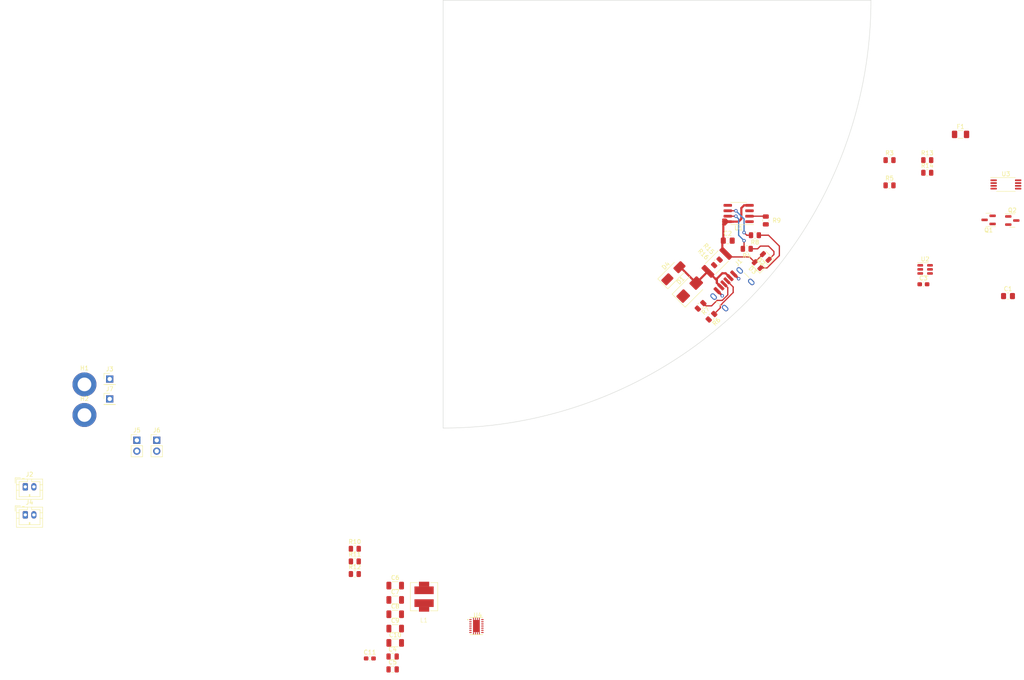
<source format=kicad_pcb>
(kicad_pcb (version 20221018) (generator pcbnew)
  (layers (0 "F.Cu" signal) (1 "In1.Cu" power "GND") (2 "In2.Cu" power "PWR") (31 "B.Cu" signal) (34 "B.Paste" user) (35 "F.Paste" user) (36 "B.SilkS" user "B.Silkscreen") (37 "F.SilkS" user "F.Silkscreen") (38 "B.Mask" user) (39 "F.Mask" user) (44 "Edge.Cuts" user))
  (net 0 "")
  (net 1 "Net-(Q1-S)")
  (net 2 "GND")
  (net 3 "Net-(D2-A)")
  (net 4 "Net-(U2-VCC)")
  (net 5 "-BATT")
  (net 6 "VCC")
  (net 7 "+5V")
  (net 8 "Net-(U4-EN)")
  (net 9 "VBUS")
  (net 10 "Net-(D2-K)")
  (net 11 "Net-(D3-K)")
  (net 12 "+BATT")
  (net 13 "Net-(J1-CC1)")
  (net 14 "Net-(J1-CC2)")
  (net 16 "Net-(L1-Pad1)")
  (net 17 "Net-(L1-Pad2)")
  (net 18 "Net-(Q1-G)")
  (net 19 "Net-(Q1-D)")
  (net 20 "Net-(U1-CHRG)")
  (net 21 "Net-(U2-VM)")
  (net 22 "Net-(U1-STDBY)")
  (net 23 "Net-(U1-PROG)")
  (net 24 "Net-(U4-FB)")
  (net 25 "Net-(U4-PG)")
  (net 26 "Net-(U2-OD)")
  (net 27 "Net-(U2-OC)")
  (footprint "Connector_PinHeader_2.54mm:PinHeader_1x01_P2.54mm_Vertical" (layer "F.Cu") (at 32.07 113.2)
    (fp_text reference "J7" (at 0 -2.33) (layer "F.SilkS"))
    (fp_text value "Conn_01x01")
    (fp_line (start -1.33 -1.33) (end 0 -1.33) (stroke (width 0.12)) (layer "F.SilkS"))
    (fp_line (start -1.33 0) (end -1.33 -1.33) (stroke (width 0.12)) (layer "F.SilkS"))
    (fp_line (start -1.33 1.27) (end -1.33 1.33) (stroke (width 0.12)) (layer "F.SilkS"))
    (fp_line (start -1.33 1.27) (end 1.33 1.27) (stroke (width 0.12)) (layer "F.SilkS"))
    (fp_line (start -1.33 1.33) (end 1.33 1.33) (stroke (width 0.12)) (layer "F.SilkS"))
    (fp_line (start 1.33 1.27) (end 1.33 1.33) (stroke (width 0.12)) (layer "F.SilkS"))
    (pad "1" thru_hole rect (at 0 0) (size 1.7 1.7) (drill 1) (layers "*.Cu" "*.Mask") (net 5 "-BATT"))
  )
  (footprint "Package_TO_SOT_SMD:SOT-23" (layer "F.Cu") (at 243.04 71.495)
    (fp_text reference "Q2" (at 0 -2.4) (layer "F.SilkS"))
    (fp_text value "SI2301")
    (fp_line (start 0 -1.56) (end -1.675 -1.56) (stroke (width 0.12)) (layer "F.SilkS"))
    (fp_line (start 0 -1.56) (end 0.65 -1.56) (stroke (width 0.12)) (layer "F.SilkS"))
    (fp_line (start 0 1.56) (end -0.65 1.56) (stroke (width 0.12)) (layer "F.SilkS"))
    (fp_line (start 0 1.56) (end 0.65 1.56) (stroke (width 0.12)) (layer "F.SilkS"))
    (pad "1" smd roundrect (at -0.9375 -0.95) (size 1.475 0.6) (layers "F.Cu" "F.Paste" "F.Mask") (net 18 "Net-(Q1-G)"))
    (pad "2" smd roundrect (at -0.9375 0.95) (size 1.475 0.6) (layers "F.Cu" "F.Paste" "F.Mask") (net 6 "VCC"))
    (pad "3" smd roundrect (at 0.9375 0) (size 1.475 0.6) (layers "F.Cu" "F.Paste" "F.Mask") (net 19 "Net-(Q1-D)"))
  )
  (footprint "Fuse:Fuse_1206_3216Metric" (layer "F.Cu") (at 230.9425 51.365)
    (fp_text reference "F1" (at 0 -1.82) (layer "F.SilkS"))
    (fp_text value "1.5A")
    (fp_line (start -0.602064 -0.91) (end 0.602064 -0.91) (stroke (width 0.12)) (layer "F.SilkS"))
    (fp_line (start -0.602064 0.91) (end 0.602064 0.91) (stroke (width 0.12)) (layer "F.SilkS"))
    (pad "1" smd roundrect (at -1.4 0) (size 1.25 1.75) (layers "F.Cu" "F.Paste" "F.Mask") (roundrect_rratio 0.2) (net 12 "+BATT"))
    (pad "2" smd roundrect (at 1.4 0) (size 1.25 1.75) (layers "F.Cu" "F.Paste" "F.Mask") (roundrect_rratio 0.2) (net 1 "Net-(Q1-S)"))
  )
  (footprint "Connector_JST:JST_PH_B2B-PH-K_1x02_P2.00mm_Vertical" (layer "F.Cu") (at 12.34 140.29)
    (fp_text reference "J4" (at 1 -2.9) (layer "F.SilkS"))
    (fp_text value "JST PH Connector")
    (fp_line (start -2.36 -2.11) (end -2.36 -0.86) (stroke (width 0.12)) (layer "F.SilkS"))
    (fp_line (start -2.06 -1.81) (end -2.06 2.91) (stroke (width 0.12)) (layer "F.SilkS"))
    (fp_line (start -2.06 -0.5) (end -1.45 -0.5) (stroke (width 0.12)) (layer "F.SilkS"))
    (fp_line (start -2.06 0.8) (end -1.45 0.8) (stroke (width 0.12)) (layer "F.SilkS"))
    (fp_line (start -2.06 2.91) (end 4.06 2.91) (stroke (width 0.12)) (layer "F.SilkS"))
    (fp_line (start -1.45 -1.2) (end -1.45 2.3) (stroke (width 0.12)) (layer "F.SilkS"))
    (fp_line (start -1.45 2.3) (end 3.45 2.3) (stroke (width 0.12)) (layer "F.SilkS"))
    (fp_line (start -1.11 -2.11) (end -2.36 -2.11) (stroke (width 0.12)) (layer "F.SilkS"))
    (fp_line (start -0.6 -2.01) (end -0.6 -1.81) (stroke (width 0.12)) (layer "F.SilkS"))
    (fp_line (start -0.3 -2.01) (end -0.6 -2.01) (stroke (width 0.12)) (layer "F.SilkS"))
    (fp_line (start -0.3 -1.91) (end -0.6 -1.91) (stroke (width 0.12)) (layer "F.SilkS"))
    (fp_line (start -0.3 -1.81) (end -0.3 -2.01) (stroke (width 0.12)) (layer "F.SilkS"))
    (fp_line (start 0.5 -1.81) (end 0.5 -1.2) (stroke (width 0.12)) (layer "F.SilkS"))
    (fp_line (start 0.5 -1.2) (end -1.45 -1.2) (stroke (width 0.12)) (layer "F.SilkS"))
    (fp_line (start 0.9 1.8) (end 1.1 1.8) (stroke (width 0.12)) (layer "F.SilkS"))
    (fp_line (start 0.9 2.3) (end 0.9 1.8) (stroke (width 0.12)) (layer "F.SilkS"))
    (fp_line (start 1 2.3) (end 1 1.8) (stroke (width 0.12)) (layer "F.SilkS"))
    (fp_line (start 1.1 1.8) (end 1.1 2.3) (stroke (width 0.12)) (layer "F.SilkS"))
    (fp_line (start 1.5 -1.2) (end 1.5 -1.81) (stroke (width 0.12)) (layer "F.SilkS"))
    (fp_line (start 3.45 -1.2) (end 1.5 -1.2) (stroke (width 0.12)) (layer "F.SilkS"))
    (fp_line (start 3.45 2.3) (end 3.45 -1.2) (stroke (width 0.12)) (layer "F.SilkS"))
    (fp_line (start 4.06 -1.81) (end -2.06 -1.81) (stroke (width 0.12)) (layer "F.SilkS"))
    (fp_line (start 4.06 -0.5) (end 3.45 -0.5) (stroke (width 0.12)) (layer "F.SilkS"))
    (fp_line (start 4.06 0.8) (end 3.45 0.8) (stroke (width 0.12)) (layer "F.SilkS"))
    (fp_line (start 4.06 2.91) (end 4.06 -1.81) (stroke (width 0.12)) (layer "F.SilkS"))
    (pad "1" thru_hole roundrect (at 0 0) (size 1.2 1.75) (drill 0.75) (layers "*.Cu" "*.Mask") (roundrect_rratio 0.208333) (net 7 "+5V"))
    (pad "2" thru_hole oval (at 2 0) (size 1.2 1.75) (drill 0.75) (layers "*.Cu" "*.Mask") (net 2 "GND"))
  )
  (footprint "MountingHole:MountingHole_3.2mm_M3_DIN965_Pad" (layer "F.Cu") (at 26.17 116.95)
    (fp_text reference "H2" (at 0 -3.8) (layer "F.SilkS"))
    (fp_text value "MountingHole")
    (pad "1" thru_hole circle (at 0 0) (size 5.6 5.6) (drill 3.2) (layers "*.Cu" "*.Mask"))
  )
  (footprint "Connector_JST:JST_PH_B2B-PH-K_1x02_P2.00mm_Vertical" (layer "F.Cu") (at 12.34 133.74)
    (fp_text reference "J2" (at 1 -2.9) (layer "F.SilkS"))
    (fp_text value "JST PH Connector")
    (fp_line (start -2.36 -2.11) (end -2.36 -0.86) (stroke (width 0.12)) (layer "F.SilkS"))
    (fp_line (start -2.06 -1.81) (end -2.06 2.91) (stroke (width 0.12)) (layer "F.SilkS"))
    (fp_line (start -2.06 -0.5) (end -1.45 -0.5) (stroke (width 0.12)) (layer "F.SilkS"))
    (fp_line (start -2.06 0.8) (end -1.45 0.8) (stroke (width 0.12)) (layer "F.SilkS"))
    (fp_line (start -2.06 2.91) (end 4.06 2.91) (stroke (width 0.12)) (layer "F.SilkS"))
    (fp_line (start -1.45 -1.2) (end -1.45 2.3) (stroke (width 0.12)) (layer "F.SilkS"))
    (fp_line (start -1.45 2.3) (end 3.45 2.3) (stroke (width 0.12)) (layer "F.SilkS"))
    (fp_line (start -1.11 -2.11) (end -2.36 -2.11) (stroke (width 0.12)) (layer "F.SilkS"))
    (fp_line (start -0.6 -2.01) (end -0.6 -1.81) (stroke (width 0.12)) (layer "F.SilkS"))
    (fp_line (start -0.3 -2.01) (end -0.6 -2.01) (stroke (width 0.12)) (layer "F.SilkS"))
    (fp_line (start -0.3 -1.91) (end -0.6 -1.91) (stroke (width 0.12)) (layer "F.SilkS"))
    (fp_line (start -0.3 -1.81) (end -0.3 -2.01) (stroke (width 0.12)) (layer "F.SilkS"))
    (fp_line (start 0.5 -1.81) (end 0.5 -1.2) (stroke (width 0.12)) (layer "F.SilkS"))
    (fp_line (start 0.5 -1.2) (end -1.45 -1.2) (stroke (width 0.12)) (layer "F.SilkS"))
    (fp_line (start 0.9 1.8) (end 1.1 1.8) (stroke (width 0.12)) (layer "F.SilkS"))
    (fp_line (start 0.9 2.3) (end 0.9 1.8) (stroke (width 0.12)) (layer "F.SilkS"))
    (fp_line (start 1 2.3) (end 1 1.8) (stroke (width 0.12)) (layer "F.SilkS"))
    (fp_line (start 1.1 1.8) (end 1.1 2.3) (stroke (width 0.12)) (layer "F.SilkS"))
    (fp_line (start 1.5 -1.2) (end 1.5 -1.81) (stroke (width 0.12)) (layer "F.SilkS"))
    (fp_line (start 3.45 -1.2) (end 1.5 -1.2) (stroke (width 0.12)) (layer "F.SilkS"))
    (fp_line (start 3.45 2.3) (end 3.45 -1.2) (stroke (width 0.12)) (layer "F.SilkS"))
    (fp_line (start 4.06 -1.81) (end -2.06 -1.81) (stroke (width 0.12)) (layer "F.SilkS"))
    (fp_line (start 4.06 -0.5) (end 3.45 -0.5) (stroke (width 0.12)) (layer "F.SilkS"))
    (fp_line (start 4.06 0.8) (end 3.45 0.8) (stroke (width 0.12)) (layer "F.SilkS"))
    (fp_line (start 4.06 2.91) (end 4.06 -1.81) (stroke (width 0.12)) (layer "F.SilkS"))
    (pad "1" thru_hole roundrect (at 0 0) (size 1.2 1.75) (drill 0.75) (layers "*.Cu" "*.Mask") (roundrect_rratio 0.208333) (net 12 "+BATT"))
    (pad "2" thru_hole oval (at 2 0) (size 1.2 1.75) (drill 0.75) (layers "*.Cu" "*.Mask") (net 5 "-BATT"))
  )
  (footprint "Connector_PinHeader_2.54mm:PinHeader_1x02_P2.54mm_Vertical" (layer "F.Cu") (at 38.42 122.85)
    (fp_text reference "J5" (at 0 -2.33) (layer "F.SilkS"))
    (fp_text value "JST PH Connector")
    (fp_line (start -1.33 -1.33) (end 0 -1.33) (stroke (width 0.12)) (layer "F.SilkS"))
    (fp_line (start -1.33 0) (end -1.33 -1.33) (stroke (width 0.12)) (layer "F.SilkS"))
    (fp_line (start -1.33 1.27) (end -1.33 3.87) (stroke (width 0.12)) (layer "F.SilkS"))
    (fp_line (start -1.33 1.27) (end 1.33 1.27) (stroke (width 0.12)) (layer "F.SilkS"))
    (fp_line (start -1.33 3.87) (end 1.33 3.87) (stroke (width 0.12)) (layer "F.SilkS"))
    (fp_line (start 1.33 1.27) (end 1.33 3.87) (stroke (width 0.12)) (layer "F.SilkS"))
    (pad "1" thru_hole rect (at 0 0) (size 1.7 1.7) (drill 1) (layers "*.Cu" "*.Mask") (net 2 "GND"))
    (pad "2" thru_hole oval (at 0 2.54) (size 1.7 1.7) (drill 1) (layers "*.Cu" "*.Mask") (net 2 "GND"))
  )
  (footprint "Custom:USB-C 6 Pin - Long pads" (layer "F.Cu") (at 181.170874 91.111472 45)
    (fp_text reference "J1" (at 5.466358 -8.437443 45 unlocked) (layer "F.SilkS"))
    (fp_text value "Type-C_6P")
    (fp_line (start -4.67 -4.17) (end -4.67 -5.87) (stroke (width 0.12)) (layer "F.SilkS"))
    (fp_line (start 4.67 -4.17) (end 4.67 -5.87) (stroke (width 0.12)) (layer "F.SilkS"))
    (pad "A5" smd roundrect (at -0.5 -7.325 45) (size 0.7 1.85) (layers "F.Cu" "F.Paste" "F.Mask") (net 13 "Net-(J1-CC1)"))
    (pad "A9" smd roundrect (at 1.52 -7.325 225) (size 0.76 1.85) (layers "F.Cu" "F.Paste" "F.Mask") (net 9 "VBUS"))
    (pad "A12" smd roundrect (at 2.75 -7.325 225) (size 0.8 1.85) (layers "F.Cu" "F.Paste" "F.Mask") (net 2 "GND"))
    (pad "B5" smd roundrect (at 0.5 -7.325 225) (size 0.7 1.85) (layers "F.Cu" "F.Paste" "F.Mask") (net 14 "Net-(J1-CC2)"))
    (pad "B9" smd roundrect (at -1.52 -7.325 45) (size 0.76 1.85) (layers "F.Cu" "F.Paste" "F.Mask") (net 9 "VBUS"))
    (pad "B12" smd roundrect (at -2.75 -7.325 45) (size 0.8 1.85) (layers "F.Cu" "F.Paste" "F.Mask") (net 2 "GND"))
    (pad "S1" thru_hole oval (at -4.32 -6.92 45) (size 1.1 1.7) (drill oval 0.6 1.2) (layers "*.Cu" "*.Mask" "F.Paste"))
    (pad "S1" thru_hole oval (at -4.32 -3.12 45) (size 1.1 1.7) (drill oval 0.6 1.2) (layers "*.Cu" "*.Mask" "F.Paste"))
    (pad "S1" thru_hole oval (at 4.32 -6.92 45) (size 1.1 1.7) (drill oval 0.6 1.2) (layers "*.Cu" "*.Mask" "F.Paste"))
    (pad "S1" thru_hole oval (at 4.32 -3.12 45) (size 1.1 1.7) (drill oval 0.6 1.2) (layers "*.Cu" "*.Mask" "F.Paste"))
  )
  (footprint "Resistor_SMD:R_0805_2012Metric" (layer "F.Cu") (at 89.36 154.12)
    (fp_text reference "R12" (at 0 -1.65) (layer "F.SilkS"))
    (fp_text value "180k")
    (fp_line (start -0.227064 -0.735) (end 0.227064 -0.735) (stroke (width 0.12)) (layer "F.SilkS"))
    (fp_line (start -0.227064 0.735) (end 0.227064 0.735) (stroke (width 0.12)) (layer "F.SilkS"))
    (pad "1" smd roundrect (at -0.9125 0) (size 1.025 1.4) (layers "F.Cu" "F.Paste" "F.Mask") (roundrect_rratio 0.243902) (net 24 "Net-(U4-FB)"))
    (pad "2" smd roundrect (at 0.9125 0) (size 1.025 1.4) (layers "F.Cu" "F.Paste" "F.Mask") (roundrect_rratio 0.243902) (net 2 "GND"))
  )
  (footprint "Package_TO_SOT_SMD:SOT-23" (layer "F.Cu") (at 237.5 71.345 180)
    (fp_text reference "Q1" (at 0 -2.4) (layer "F.SilkS"))
    (fp_text value "SI2301")
    (fp_line (start 0 -1.56) (end -1.675 -1.56) (stroke (width 0.12)) (layer "F.SilkS"))
    (fp_line (start 0 -1.56) (end 0.65 -1.56) (stroke (width 0.12)) (layer "F.SilkS"))
    (fp_line (start 0 1.56) (end -0.65 1.56) (stroke (width 0.12)) (layer "F.SilkS"))
    (fp_line (start 0 1.56) (end 0.65 1.56) (stroke (width 0.12)) (layer "F.SilkS"))
    (pad "1" smd roundrect (at -0.9375 -0.95 180) (size 1.475 0.6) (layers "F.Cu" "F.Paste" "F.Mask") (net 18 "Net-(Q1-G)"))
    (pad "2" smd roundrect (at -0.9375 0.95 180) (size 1.475 0.6) (layers "F.Cu" "F.Paste" "F.Mask") (net 1 "Net-(Q1-S)"))
    (pad "3" smd roundrect (at 0.9375 0 180) (size 1.475 0.6) (layers "F.Cu" "F.Paste" "F.Mask") (net 19 "Net-(Q1-D)"))
  )
  (footprint "Resistor_SMD:R_0805_2012Metric" (layer "F.Cu") (at 89.36 148.22)
    (fp_text reference "R10" (at 0 -1.65) (layer "F.SilkS"))
    (fp_text value "1M6")
    (fp_line (start -0.227064 -0.735) (end 0.227064 -0.735) (stroke (width 0.12)) (layer "F.SilkS"))
    (fp_line (start -0.227064 0.735) (end 0.227064 0.735) (stroke (width 0.12)) (layer "F.SilkS"))
    (pad "1" smd roundrect (at -0.9125 0) (size 1.025 1.4) (layers "F.Cu" "F.Paste" "F.Mask") (roundrect_rratio 0.243902) (net 7 "+5V"))
    (pad "2" smd roundrect (at 0.9125 0) (size 1.025 1.4) (layers "F.Cu" "F.Paste" "F.Mask") (roundrect_rratio 0.243902) (net 24 "Net-(U4-FB)"))
  )
  (footprint "Diode_SMD:D_0805_2012Metric" (layer "F.Cu") (at 183.515 81.915 135)
    (fp_text reference "D3" (at 0 -1.65 135) (layer "F.SilkS"))
    (fp_text value "GREEN")
    (fp_line (start -1.685 -0.96) (end -1.685 0.96) (stroke (width 0.12)) (layer "F.SilkS"))
    (fp_line (start -1.685 0.96) (end 1 0.96) (stroke (width 0.12)) (layer "F.SilkS"))
    (fp_line (start 1 -0.96) (end -1.685 -0.96) (stroke (width 0.12)) (layer "F.SilkS"))
    (pad "1" smd roundrect (at -0.9375 0 135) (size 0.975 1.4) (layers "F.Cu" "F.Paste" "F.Mask") (net 11 "Net-(D3-K)"))
    (pad "2" smd roundrect (at 0.9375 0 135) (size 0.975 1.4) (layers "F.Cu" "F.Paste" "F.Mask") (net 3 "Net-(D2-A)"))
  )
  (footprint "Resistor_SMD:R_0805_2012Metric" (layer "F.Cu") (at 182.88 74.93 180)
    (fp_text reference "R8" (at 0 -1.65) (layer "F.SilkS"))
    (fp_text value "1k")
    (fp_line (start -0.227064 -0.735) (end 0.227064 -0.735) (stroke (width 0.12)) (layer "F.SilkS"))
    (fp_line (start -0.227064 0.735) (end 0.227064 0.735) (stroke (width 0.12)) (layer "F.SilkS"))
    (pad "1" smd roundrect (at -0.9125 0 180) (size 1.025 1.4) (layers "F.Cu" "F.Paste" "F.Mask") (roundrect_rratio 0.243902) (net 11 "Net-(D3-K)"))
    (pad "2" smd roundrect (at 0.9125 0 180) (size 1.025 1.4) (layers "F.Cu" "F.Paste" "F.Mask") (roundrect_rratio 0.243902) (net 22 "Net-(U1-STDBY)"))
  )
  (footprint "Capacitor_SMD:C_1206_3216Metric" (layer "F.Cu") (at 98.8 166.87)
    (fp_text reference "C9" (at 0 -1.85) (layer "F.SilkS"))
    (fp_text value "22u")
    (fp_line (start -0.711252 -0.91) (end 0.711252 -0.91) (stroke (width 0.12)) (layer "F.SilkS"))
    (fp_line (start -0.711252 0.91) (end 0.711252 0.91) (stroke (width 0.12)) (layer "F.SilkS"))
    (pad "1" smd roundrect (at -1.475 0) (size 1.15 1.8) (layers "F.Cu" "F.Paste" "F.Mask") (roundrect_rratio 0.217391) (net 7 "+5V"))
    (pad "2" smd roundrect (at 1.475 0) (size 1.15 1.8) (layers "F.Cu" "F.Paste" "F.Mask") (roundrect_rratio 0.217391) (net 2 "GND"))
  )
  (footprint "Custom:Combined CD43 + L 6.3x6.3" (layer "F.Cu") (at 105.501148 159.42)
    (fp_text reference "L1" (at 0 5.5 unlocked) (layer "F.SilkS") (effects (font (thickness 0.1))))
    (fp_text value "2u2")
    (fp_line (start -3.151148 -3.3) (end -1.451148 -3.3) (stroke (width 0.12)) (layer "F.SilkS"))
    (fp_line (start -3.151148 3.3) (end -3.151148 -3.3) (stroke (width 0.12)) (layer "F.SilkS"))
    (fp_line (start -1.451148 3.3) (end -3.151148 3.3) (stroke (width 0.12)) (layer "F.SilkS"))
    (fp_line (start 1.548852 -3.3) (end 3.248852 -3.3) (stroke (width 0.12)) (layer "F.SilkS"))
    (fp_line (start 3.248852 -3.3) (end 3.248852 3.3) (stroke (width 0.12)) (layer "F.SilkS"))
    (fp_line (start 3.248852 3.3) (end 1.548852 3.3) (stroke (width 0.12)) (layer "F.SilkS"))
    (pad "1" smd rect (at 0.048852 -2.95 270) (size 1.1 2.4) (layers "F.Cu" "F.Paste" "F.Mask") (net 16 "Net-(L1-Pad1)"))
    (pad "1" smd rect (at 0.048852 -1.5) (size 4.5 1.8) (layers "F.Cu" "F.Paste" "F.Mask") (net 16 "Net-(L1-Pad1)"))
    (pad "2" smd rect (at 0.048852 1.5) (size 4.5 1.8) (layers "F.Cu" "F.Paste" "F.Mask") (net 17 "Net-(L1-Pad2)"))
    (pad "2" smd rect (at 0.048852 2.95 270) (size 1.1 2.4) (layers "F.Cu" "F.Paste" "F.Mask") (net 17 "Net-(L1-Pad2)"))
  )
  (footprint "Connector_PinHeader_2.54mm:PinHeader_1x02_P2.54mm_Vertical" (layer "F.Cu") (at 43.07 122.85)
    (fp_text reference "J6" (at 0 -2.33) (layer "F.SilkS"))
    (fp_text value "JST PH Connector")
    (fp_line (start -1.33 -1.33) (end 0 -1.33) (stroke (width 0.12)) (layer "F.SilkS"))
    (fp_line (start -1.33 0) (end -1.33 -1.33) (stroke (width 0.12)) (layer "F.SilkS"))
    (fp_line (start -1.33 1.27) (end -1.33 3.87) (stroke (width 0.12)) (layer "F.SilkS"))
    (fp_line (start -1.33 1.27) (end 1.33 1.27) (stroke (width 0.12)) (layer "F.SilkS"))
    (fp_line (start -1.33 3.87) (end 1.33 3.87) (stroke (width 0.12)) (layer "F.SilkS"))
    (fp_line (start 1.33 1.27) (end 1.33 3.87) (stroke (width 0.12)) (layer "F.SilkS"))
    (pad "1" thru_hole rect (at 0 0) (size 1.7 1.7) (drill 1) (layers "*.Cu" "*.Mask") (net 7 "+5V"))
    (pad "2" thru_hole oval (at 0 2.54) (size 1.7 1.7) (drill 1) (layers "*.Cu" "*.Mask") (net 7 "+5V"))
  )
  (footprint "Capacitor_SMD:C_1206_3216Metric" (layer "F.Cu") (at 98.8 163.52)
    (fp_text reference "C8" (at 0 -1.85) (layer "F.SilkS"))
    (fp_text value "22u")
    (fp_line (start -0.711252 -0.91) (end 0.711252 -0.91) (stroke (width 0.12)) (layer "F.SilkS"))
    (fp_line (start -0.711252 0.91) (end 0.711252 0.91) (stroke (width 0.12)) (layer "F.SilkS"))
    (pad "1" smd roundrect (at -1.475 0) (size 1.15 1.8) (layers "F.Cu" "F.Paste" "F.Mask") (roundrect_rratio 0.217391) (net 7 "+5V"))
    (pad "2" smd roundrect (at 1.475 0) (size 1.15 1.8) (layers "F.Cu" "F.Paste" "F.Mask") (roundrect_rratio 0.217391) (net 2 "GND"))
  )
  (footprint "Resistor_SMD:R_0805_2012Metric" (layer "F.Cu") (at 214.3425 57.375)
    (fp_text reference "R3" (at 0 -1.65) (layer "F.SilkS"))
    (fp_text value "100R")
    (fp_line (start -0.227064 -0.735) (end 0.227064 -0.735) (stroke (width 0.12)) (layer "F.SilkS"))
    (fp_line (start -0.227064 0.735) (end 0.227064 0.735) (stroke (width 0.12)) (layer "F.SilkS"))
    (pad "1" smd roundrect (at -0.9125 0) (size 1.025 1.4) (layers "F.Cu" "F.Paste" "F.Mask") (roundrect_rratio 0.243902) (net 4 "Net-(U2-VCC)"))
    (pad "2" smd roundrect (at 0.9125 0) (size 1.025 1.4) (layers "F.Cu" "F.Paste" "F.Mask") (roundrect_rratio 0.243902) (net 1 "Net-(Q1-S)"))
  )
  (footprint "Resistor_SMD:R_0805_2012Metric" (layer "F.Cu") (at 223.1625 57.375)
    (fp_text reference "R13" (at 0 -1.65) (layer "F.SilkS"))
    (fp_text value "1k")
    (fp_line (start -0.227064 -0.735) (end 0.227064 -0.735) (stroke (width 0.12)) (layer "F.SilkS"))
    (fp_line (start -0.227064 0.735) (end 0.227064 0.735) (stroke (width 0.12)) (layer "F.SilkS"))
    (pad "1" smd roundrect (at -0.9125 0) (size 1.025 1.4) (layers "F.Cu" "F.Paste" "F.Mask") (roundrect_rratio 0.243902) (net 18 "Net-(Q1-G)"))
    (pad "2" smd roundrect (at 0.9125 0) (size 1.025 1.4) (layers "F.Cu" "F.Paste" "F.Mask") (roundrect_rratio 0.243902) (net 9 "VBUS"))
  )
  (footprint "Diode_SMD:D_0805_2012Metric" (layer "F.Cu") (at 185.42 80.01 135)
    (fp_text reference "D2" (at 0 -1.65 135) (layer "F.SilkS"))
    (fp_text value "RED")
    (fp_line (start -1.685 -0.96) (end -1.685 0.96) (stroke (width 0.12)) (layer "F.SilkS"))
    (fp_line (start -1.685 0.96) (end 1 0.96) (stroke (width 0.12)) (layer "F.SilkS"))
    (fp_line (start 1 -0.96) (end -1.685 -0.96) (stroke (width 0.12)) (layer "F.SilkS"))
    (pad "1" smd roundrect (at -0.9375 0 135) (size 0.975 1.4) (layers "F.Cu" "F.Paste" "F.Mask") (net 10 "Net-(D2-K)"))
    (pad "2" smd roundrect (at 0.9375 0 135) (size 0.975 1.4) (layers "F.Cu" "F.Paste" "F.Mask") (net 3 "Net-(D2-A)"))
  )
  (footprint "Capacitor_SMD:C_0603_1608Metric_Pad1.08x0.95mm_HandSolder" (layer "F.Cu") (at 222.2625 86.395)
    (fp_text reference "C3" (at 0 -1.43) (layer "F.SilkS"))
    (fp_text value "100n")
    (fp_line (start -0.146267 -0.51) (end 0.146267 -0.51) (stroke (width 0.12)) (layer "F.SilkS"))
    (fp_line (start -0.146267 0.51) (end 0.146267 0.51) (stroke (width 0.12)) (layer "F.SilkS"))
    (pad "1" smd roundrect (at -0.8625 0) (size 1.075 0.95) (layers "F.Cu" "F.Paste" "F.Mask") (net 4 "Net-(U2-VCC)"))
    (pad "2" smd roundrect (at 0.8625 0) (size 1.075 0.95) (layers "F.Cu" "F.Paste" "F.Mask") (net 5 "-BATT"))
  )
  (footprint "Resistor_SMD:R_2512_6332Metric" (layer "F.Cu") (at 173.99 81.28 -135)
    (fp_text reference "R16" (at 0.898026 3.592102 135) (layer "F.SilkS"))
    (fp_text value "2512 package")
    (fp_line (start -2.177064 -1.71) (end 2.177064 -1.71) (stroke (width 0.12)) (layer "F.SilkS"))
    (fp_line (start -2.177064 1.71) (end 2.177064 1.71) (stroke (width 0.12)) (layer "F.SilkS"))
    (pad "1" smd roundrect (at -2.9625 0 225) (size 1.225 3.35) (layers "F.Cu" "F.Paste" "F.Mask") (roundrect_rratio 0.204082) (net 3 "Net-(D2-A)"))
    (pad "2" smd roundrect (at 2.9625 0 225) (size 1.225 3.35) (layers "F.Cu" "F.Paste" "F.Mask") (roundrect_rratio 0.204082) (net 9 "VBUS"))
  )
  (footprint "Package_SO:SOP-8_3.76x4.96mm_P1.27mm" (layer "F.Cu") (at 179.0725 69.85 180)
    (fp_text reference "U1" (at 0 -3.43) (layer "F.SilkS"))
    (fp_text value "TP4056")
    (fp_line (start 0 -2.59) (end -3.525 -2.59) (stroke (width 0.12)) (layer "F.SilkS"))
    (fp_line (start 0 -2.59) (end 1.88 -2.59) (stroke (width 0.12)) (layer "F.SilkS"))
    (fp_line (start 0 2.59) (end -1.88 2.59) (stroke (width 0.12)) (layer "F.SilkS"))
    (fp_line (start 0 2.59) (end 1.88 2.59) (stroke (width 0.12)) (layer "F.SilkS"))
    (pad "1" smd roundrect (at -2.5375 -1.905 180) (size 1.975 0.65) (layers "F.Cu" "F.Paste" "F.Mask") (net 2 "GND"))
    (pad "2" smd roundrect (at -2.5375 -0.635 180) (size 1.975 0.65) (layers "F.Cu" "F.Paste" "F.Mask") (net 23 "Net-(U1-PROG)"))
    (pad "3" smd roundrect (at -2.5375 0.635 180) (size 1.975 0.65) (layers "F.Cu" "F.Paste" "F.Mask") (net 2 "GND"))
    (pad "4" smd roundrect (at -2.5375 1.905 180) (size 1.975 0.65) (layers "F.Cu" "F.Paste" "F.Mask") (net 3 "Net-(D2-A)"))
    (pad "5" smd roundrect (at 2.5375 1.905 180) (size 1.975 0.65) (layers "F.Cu" "F.Paste" "F.Mask") (net 1 "Net-(Q1-S)"))
    (pad "6" smd roundrect (at 2.5375 0.635 180) (size 1.975 0.65) (layers "F.Cu" "F.Paste" "F.Mask") (net 22 "Net-(U1-STDBY)"))
    (pad "7" smd roundrect (at 2.5375 -0.635 180) (size 1.975 0.65) (layers "F.Cu" "F.Paste" "F.Mask") (net 20 "Net-(U1-CHRG)"))
    (pad "8" smd roundrect (at 2.5375 -1.905 180) (size 1.975 0.65) (layers "F.Cu" "F.Paste" "F.Mask") (net 3 "Net-(D2-A)"))
  )
  (footprint "TPS63020:QFN14-3X4MM" (layer "F.Cu") (at 117.784 166.2778)
    (fp_text reference "U4" (at 0.304885 -2.540785) (layer "F.SilkS") (effects (font (size 1.000307 1.000307))))
    (fp_text value "TPS63020")
    (fp_line (start -1.4986 2.0066) (end 1.4986 2.0066) (stroke (width 0.1524)) (layer "F.SilkS"))
    (fp_line (start 1.4986 -2.0066) (end -1.4986 -2.0066) (stroke (width 0.1524)) (layer "F.SilkS"))
    (fp_arc (start -2.0828 -1.4986) (mid -2.0066 -1.5748) (end -1.9304 -1.4986) (stroke (width 0.1524)) (layer "F.SilkS"))
    (fp_arc (start -1.9304 -1.4986) (mid -2.0066 -1.4224) (end -2.0828 -1.4986) (stroke (width 0.1524)) (layer "F.SilkS"))
    (pad "1" smd oval (at -1.4 -1.5) (size 0.6 0.24) (layers "F.Cu" "F.Paste" "F.Mask") (net 8 "Net-(U4-EN)"))
    (pad "2" smd oval (at -1.4 -1) (size 0.6 0.24) (layers "F.Cu" "F.Paste" "F.Mask") (net 2 "GND"))
    (pad "3" smd oval (at -1.4 -0.5) (size 0.6 0.24) (layers "F.Cu" "F.Paste" "F.Mask") (net 24 "Net-(U4-FB)"))
    (pad "4" smd oval (at -1.4 0) (size 0.6 0.24) (layers "F.Cu" "F.Paste" "F.Mask") (net 7 "+5V"))
    (pad "5" smd oval (at -1.4 0.5) (size 0.6 0.24) (layers "F.Cu" "F.Paste" "F.Mask") (net 7 "+5V"))
    (pad "6" smd oval (at -1.4 1) (size 0.6 0.24) (layers "F.Cu" "F.Paste" "F.Mask") (net 17 "Net-(L1-Pad2)"))
    (pad "7" smd oval (at -1.4 1.5) (size 0.6 0.24) (layers "F.Cu" "F.Paste" "F.Mask") (net 17 "Net-(L1-Pad2)"))
    (pad "8" smd oval (at 1.4 1.5) (size 0.6 0.24) (layers "F.Cu" "F.Paste" "F.Mask") (net 16 "Net-(L1-Pad1)"))
    (pad "9" smd oval (at 1.4 1) (size 0.6 0.24) (layers "F.Cu" "F.Paste" "F.Mask") (net 16 "Net-(L1-Pad1)"))
    (pad "10" smd oval (at 1.4 0.5) (size 0.6 0.24) (layers "F.Cu" "F.Paste" "F.Mask") (net 6 "VCC"))
    (pad "11" smd oval (at 1.4 0) (size 0.6 0.24) (layers "F.Cu" "F.Paste" "F.Mask") (net 6 "VCC"))
    (pad "12" smd oval (at 1.4 -0.5) (size 0.6 0.24) (layers "F.Cu" "F.Paste" "F.Mask") (net 8 "Net-(U4-EN)"))
    (pad "13" smd oval (at 1.4 -1) (size 0.6 0.24) (layers "F.Cu" "F.Paste" "F.Mask") (net 2 "GND"))
    (pad "14" smd oval (at 1.4 -1.5) (size 0.6 0.24) (layers "F.Cu" "F.Paste" "F.Mask") (net 25 "Net-(U4-PG)"))
    (pad "15" smd rect (at 0 0) (size 1.58 2.85) (layers "F.Cu" "F.Mask") (net 2 "GND"))
    (pad "16" smd rect (at -0.69 -1.7125) (size 0.2 0.575) (layers "F.Cu" "F.Paste" "F.Mask") (net 2 "GND"))
    (pad "17" smd rect (at -0.23 -1.7125) (size 0.2 0.575) (layers "F.Cu" "F.Paste" "F.Mask") (net 2 "GND"))
    (pad "18" smd rect (at 0.23 -1.7125) (size 0.2 0.575) (layers "F.Cu" "F.Paste" "F.Mask") (net 2 "GND"))
    (pad "19" smd rect (at 0.69 -1.7125) (size 0.2 0.575) (layers "F.Cu" "F.Paste" "F.Mask") (net 2 "GND"))
    (pad "20" smd rect (at 0.69 1.7125) (size 0.2 0.575) (layers "F.Cu" "F.Paste" "F.Mask") (net 2 "GND"))
    (pad "21" smd rect (at 0.23 1.7125) (size 0.2 0.575) (layers "F.Cu" "F.Paste" "F.Mask") (net 2 "GND"))
    (pad "22" smd rect (at -0.23 1.7125) (size 0.2 0.575) (layers "F.Cu" "F.Paste" "F.Mask") (net 2 "GND"))
    (pad "23" smd rect (at -0.69 1.7125) (size 0.2 0.575) (layers "F.Cu" "F.Paste" "F.Mask") (net 2 "GND"))
  )
  (footprint "Resistor_SMD:R_0805_2012Metric" (layer "F.Cu") (at 185.42 71.4775 -90)
    (fp_text reference "R9" (at 0 -2.54 -180) (layer "F.SilkS"))
    (fp_text value "2k")
    (fp_line (start -0.227064 -0.735) (end 0.227064 -0.735) (stroke (width 0.12)) (layer "F.SilkS"))
    (fp_line (start -0.227064 0.735) (end 0.227064 0.735) (stroke (width 0.12)) (layer "F.SilkS"))
    (pad "1" smd roundrect (at -0.9125 0 270) (size 1.025 1.4) (layers "F.Cu" "F.Paste" "F.Mask") (roundrect_rratio 0.243902) (net 23 "Net-(U1-PROG)"))
    (pad "2" smd roundrect (at 0.9125 0 270) (size 1.025 1.4) (layers "F.Cu" "F.Paste" "F.Mask") (roundrect_rratio 0.243902) (net 2 "GND"))
  )
  (footprint "Capacitor_SMD:C_0805_2012Metric_Pad1.18x1.45mm_HandSolder" (layer "F.Cu") (at 242.0325 89.155)
    (fp_text reference "C1" (at 0 -1.68) (layer "F.SilkS"))
    (fp_text value "10u")
    (fp_line (start -0.261252 -0.735) (end 0.261252 -0.735) (stroke (width 0.12)) (layer "F.SilkS"))
    (fp_line (start -0.261252 0.735) (end 0.261252 0.735) (stroke (width 0.12)) (layer "F.SilkS"))
    (pad "1" smd roundrect (at -1.0375 0) (size 1.175 1.45) (layers "F.Cu" "F.Paste" "F.Mask") (roundrect_rratio 0.212766) (net 1 "Net-(Q1-S)"))
    (pad "2" smd roundrect (at 1.0375 0) (size 1.175 1.45) (layers "F.Cu" "F.Paste" "F.Mask") (roundrect_rratio 0.212766) (net 2 "GND"))
  )
  (footprint "Resistor_SMD:R_0805_2012Metric" (layer "F.Cu") (at 223.1625 60.325)
    (fp_text reference "R14" (at 0 -1.65) (layer "F.SilkS"))
    (fp_text value "10k")
    (fp_line (start -0.227064 -0.735) (end 0.227064 -0.735) (stroke (width 0.12)) (layer "F.SilkS"))
    (fp_line (start -0.227064 0.735) (end 0.227064 0.735) (stroke (width 0.12)) (layer "F.SilkS"))
    (pad "1" smd roundrect (at -0.9125 0) (size 1.025 1.4) (layers "F.Cu" "F.Paste" "F.Mask") (roundrect_rratio 0.243902) (net 9 "VBUS"))
    (pad "2" smd roundrect (at 0.9125 0) (size 1.025 1.4) (layers "F.Cu" "F.Paste" "F.Mask") (roundrect_rratio 0.243902) (net 2 "GND"))
  )
  (footprint "Connector_PinHeader_2.54mm:PinHeader_1x01_P2.54mm_Vertical" (layer "F.Cu") (at 32.07 108.55)
    (fp_text reference "J3" (at 0 -2.33) (layer "F.SilkS"))
    (fp_text value "Conn_01x01")
    (fp_line (start -1.33 -1.33) (end 0 -1.33) (stroke (width 0.12)) (layer "F.SilkS"))
    (fp_line (start -1.33 0) (end -1.33 -1.33) (stroke (width 0.12)) (layer "F.SilkS"))
    (fp_line (start -1.33 1.27) (end -1.33 1.33) (stroke (width 0.12)) (layer "F.SilkS"))
    (fp_line (start -1.33 1.27) (end 1.33 1.27) (stroke (width 0.12)) (layer "F.SilkS"))
    (fp_line (start -1.33 1.33) (end 1.33 1.33) (stroke (width 0.12)) (layer "F.SilkS"))
    (fp_line (start 1.33 1.27) (end 1.33 1.33) (stroke (width 0.12)) (layer "F.SilkS"))
    (pad "1" thru_hole rect (at 0 0) (size 1.7 1.7) (drill 1) (layers "*.Cu" "*.Mask") (net 12 "+BATT"))
  )
  (footprint "Resistor_SMD:R_0805_2012Metric" (layer "F.Cu") (at 170.18 91.44 -135)
    (fp_text reference "R7" (at 0 -1.65 45) (layer "F.SilkS"))
    (fp_text value "5k1")
    (fp_line (start -0.227064 -0.735) (end 0.227064 -0.735) (stroke (width 0.12)) (layer "F.SilkS"))
    (fp_line (start -0.227064 0.735) (end 0.227064 0.735) (stroke (width 0.12)) (layer "F.SilkS"))
    (pad "1" smd roundrect (at -0.9125 0 225) (size 1.025 1.4) (layers "F.Cu" "F.Paste" "F.Mask") (roundrect_rratio 0.243902) (net 13 "Net-(J1-CC1)"))
    (pad "2" smd roundrect (at 0.9125 0 225) (size 1.025 1.4) (layers "F.Cu" "F.Paste" "F.Mask") (roundrect_rratio 0.243902) (net 2 "GND"))
  )
  (footprint "Package_SO:TSSOP-8_4.4x3mm_P0.65mm" (layer "F.Cu") (at 241.5425 63.065)
    (fp_text reference "U3" (at 0 -2.45) (layer "F.SilkS"))
    (fp_text value "FS8205A")
    (fp_line (start 0 -1.61) (end -3.6 -1.61) (stroke (width 0.12)) (layer "F.SilkS"))
    (fp_line (start 0 -1.61) (end 2.2 -1.61) (stroke (width 0.12)) (layer "F.SilkS"))
    (fp_line (start 0 1.61) (end -2.2 1.61) (stroke (width 0.12)) (layer "F.SilkS"))
    (fp_line (start 0 1.61) (end 2.2 1.61) (stroke (width 0.12)) (layer "F.SilkS"))
    (pad "1" smd roundrect (at -2.8625 -0.975) (size 1.475 0.4) (layers "F.Cu" "F.Paste" "F.Mask"))
    (pad "2" smd roundrect (at -2.8625 -0.325) (size 1.475 0.4) (layers "F.Cu" "F.Paste" "F.Mask") (net 5 "-BATT"))
    (pad "3" smd roundrect (at -2.8625 0.325) (size 1.475 0.4) (layers "F.Cu" "F.Paste" "F.Mask") (net 5 "-BATT"))
    (pad "4" smd roundrect (at -2.8625 0.975) (size 1.475 0.4) (layers "F.Cu" "F.Paste" "F.Mask") (net 26 "Net-(U2-OD)"))
    (pad "5" smd roundrect (at 2.8625 0.975) (size 1.475 0.4) (layers "F.Cu" "F.Paste" "F.Mask") (net 27 "Net-(U2-OC)"))
    (pad "6" smd roundrect (at 2.8625 0.325) (size 1.475 0.4) (layers "F.Cu" "F.Paste" "F.Mask") (net 2 "GND"))
    (pad "7" smd roundrect (at 2.8625 -0.325) (size 1.475 0.4) (layers "F.Cu" "F.Paste" "F.Mask") (net 2 "GND"))
    (pad "8" smd roundrect (at 2.8625 -0.975) (size 1.475 0.4) (layers "F.Cu" "F.Paste" "F.Mask"))
  )
  (footprint "Resistor_SMD:R_0805_2012Metric" (layer "F.Cu") (at 173.99 81.28 -135)
    (fp_text reference "R15" (at -0.898026 3.592102 135) (layer "F.SilkS"))
    (fp_text value "0R4")
    (fp_line (start -0.227064 -0.735) (end 0.227064 -0.735) (stroke (width 0.12)) (layer "F.SilkS"))
    (fp_line (start -0.227064 0.735) (end 0.227064 0.735) (stroke (width 0.12)) (layer "F.SilkS"))
    (pad "1" smd roundrect (at -0.9125 0 225) (size 1.025 1.4) (layers "F.Cu" "F.Paste" "F.Mask") (roundrect_rratio 0.243902) (net 3 "Net-(D2-A)"))
    (pad "2" smd roundrect (at 0.9125 0 225) (size 1.025 1.4) (layers "F.Cu" "F.Paste" "F.Mask") (roundrect_rratio 0.243902) (net 9 "VBUS"))
  )
  (footprint "Package_TO_SOT_SMD:SOT-23-6" (layer "F.Cu") (at 222.6625 82.915)
    (fp_text reference "U2" (at 0 -2.4) (layer "F.SilkS"))
    (fp_text value "DW01A")
    (fp_line (start 0 -1.56) (end -1.8 -1.56) (stroke (width 0.12)) (layer "F.SilkS"))
    (fp_line (start 0 -1.56) (end 0.8 -1.56) (stroke (width 0.12)) (layer "F.SilkS"))
    (fp_line (start 0 1.56) (end -0.8 1.56) (stroke (width 0.12)) (layer "F.SilkS"))
    (fp_line (start 0 1.56) (end 0.8 1.56) (stroke (width 0.12)) (layer "F.SilkS"))
    (pad "1" smd roundrect (at -1.1375 -0.95) (size 1.325 0.6) (layers "F.Cu" "F.Paste" "F.Mask") (net 26 "Net-(U2-OD)"))
    (pad "2" smd roundrect (at -1.1375 0) (size 1.325 0.6) (layers "F.Cu" "F.Paste" "F.Mask") (net 21 "Net-(U2-VM)"))
    (pad "3" smd roundrect (at -1.1375 0.95) (size 1.325 0.6) (layers "F.Cu" "F.Paste" "F.Mask") (net 27 "Net-(U2-OC)"))
    (pad "4" smd roundrect (at 1.1375 0.95) (size 1.325 0.6) (layers "F.Cu" "F.Paste" "F.Mask"))
    (pad "5" smd roundrect (at 1.1375 0) (size 1.325 0.6) (layers "F.Cu" "F.Paste" "F.Mask") (net 4 "Net-(U2-VCC)"))
    (pad "6" smd roundrect (at 1.1375 -0.95) (size 1.325 0.6) (layers "F.Cu" "F.Paste" "F.Mask") (net 5 "-BATT"))
  )
  (footprint "Capacitor_SMD:C_0805_2012Metric" (layer "F.Cu") (at 98.2 176.41)
    (fp_text reference "C5" (at 0 -1.68) (layer "F.SilkS"))
    (fp_text value "10u")
    (fp_line (start -0.261252 -0.735) (end 0.261252 -0.735) (stroke (width 0.12)) (layer "F.SilkS"))
    (fp_line (start -0.261252 0.735) (end 0.261252 0.735) (stroke (width 0.12)) (layer "F.SilkS"))
    (pad "1" smd roundrect (at -0.95 0) (size 1 1.45) (layers "F.Cu" "F.Paste" "F.Mask") (net 6 "VCC"))
    (pad "2" smd roundrect (at 0.95 0) (size 1 1.45) (layers "F.Cu" "F.Paste" "F.Mask") (net 2 "GND"))
  )
  (footprint "Capacitor_SMD:C_1206_3216Metric" (layer "F.Cu") (at 98.8 170.22)
    (fp_text reference "C10" (at 0 -1.85) (layer "F.SilkS"))
    (fp_text value "100u")
    (fp_line (start -0.711252 -0.91) (end 0.711252 -0.91) (stroke (width 0.12)) (layer "F.SilkS"))
    (fp_line (start -0.711252 0.91) (end 0.711252 0.91) (stroke (width 0.12)) (layer "F.SilkS"))
    (pad "1" smd roundrect (at -1.475 0) (size 1.15 1.8) (layers "F.Cu" "F.Paste" "F.Mask") (roundrect_rratio 0.217391) (net 7 "+5V"))
    (pad "2" smd roundrect (at 1.475 0) (size 1.15 1.8) (layers "F.Cu" "F.Paste" "F.Mask") (roundrect_rratio 0.217391) (net 2 "GND"))
  )
  (footprint "MountingHole:MountingHole_3.2mm_M3_DIN965_Pad" (layer "F.Cu") (at 26.17 109.8)
    (fp_text reference "H1" (at 0 -3.8) (layer "F.SilkS"))
    (fp_text value "MountingHole")
    (pad "1" thru_hole circle (at 0 0) (size 5.6 5.6) (drill 3.2) (layers "*.Cu" "*.Mask"))
  )
  (footprint "Resistor_SMD:R_0805_2012Metric" (layer "F.Cu") (at 214.3425 63.275)
    (fp_text reference "R5" (at 0 -1.65) (layer "F.SilkS"))
    (fp_text value "1k")
    (fp_line (start -0.227064 -0.735) (end 0.227064 -0.735) (stroke (width 0.12)) (layer "F.SilkS"))
    (fp_line (start -0.227064 0.735) (end 0.227064 0.735) (stroke (width 0.12)) (layer "F.SilkS"))
    (pad "1" smd roundrect (at -0.9125 0) (size 1.025 1.4) (layers "F.Cu" "F.Paste" "F.Mask") (roundrect_rratio 0.243902) (net 21 "Net-(U2-VM)"))
    (pad "2" smd roundrect (at 0.9125 0) (size 1.025 1.4) (layers "F.Cu" "F.Paste" "F.Mask") (roundrect_rratio 0.243902) (net 2 "GND"))
  )
  (footprint "Resistor_SMD:R_0805_2012Metric" (layer "F.Cu") (at 172.72 93.98 -135)
    (fp_text reference "R6" (at 0 -1.65 45) (layer "F.SilkS"))
    (fp_text value "5k1")
    (fp_line (start -0.227064 -0.735) (end 0.227064 -0.735) (stroke (width 0.12)) (layer "F.SilkS"))
    (fp_line (start -0.227064 0.735) (end 0.227064 0.735) (stroke (width 0.12)) (layer "F.SilkS"))
    (pad "1" smd roundrect (at -0.9125 0 225) (size 1.025 1.4) (layers "F.Cu" "F.Paste" "F.Mask") (roundrect_rratio 0.243902) (net 14 "Net-(J1-CC2)"))
    (pad "2" smd roundrect (at 0.9125 0 225) (size 1.025 1.4) (layers "F.Cu" "F.Paste" "F.Mask") (roundrect_rratio 0.243902) (net 2 "GND"))
  )
  (footprint "Capacitor_SMD:C_0603_1608Metric_Pad1.08x0.95mm_HandSolder" (layer "F.Cu") (at 92.87 173.85)
    (fp_text reference "C11" (at 0 -1.43) (layer "F.SilkS"))
    (fp_text value "100n")
    (fp_line (start -0.146267 -0.51) (end 0.146267 -0.51) (stroke (width 0.12)) (layer "F.SilkS"))
    (fp_line (start -0.146267 0.51) (end 0.146267 0.51) (stroke (width 0.12)) (layer "F.SilkS"))
    (pad "1" smd roundrect (at -0.8625 0) (size 1.075 0.95) (layers "F.Cu" "F.Paste" "F.Mask") (net 8 "Net-(U4-EN)"))
    (pad "2" smd roundrect (at 0.8625 0) (size 1.075 0.95) (layers "F.Cu" "F.Paste" "F.Mask") (net 2 "GND"))
  )
  (footprint "Capacitor_SMD:C_0805_2012Metric" (layer "F.Cu") (at 98.2 173.4)
    (fp_text reference "C4" (at 0 -1.68) (layer "F.SilkS"))
    (fp_text value "10u")
    (fp_line (start -0.261252 -0.735) (end 0.261252 -0.735) (stroke (width 0.12)) (layer "F.SilkS"))
    (fp_line (start -0.261252 0.735) (end 0.261252 0.735) (stroke (width 0.12)) (layer "F.SilkS"))
    (pad "1" smd roundrect (at -0.95 0) (size 1 1.45) (layers "F.Cu" "F.Paste" "F.Mask") (net 6 "VCC"))
    (pad "2" smd roundrect (at 0.95 0) (size 1 1.45) (layers "F.Cu" "F.Paste" "F.Mask") (net 2 "GND"))
  )
  (footprint "Capacitor_SMD:C_1206_3216Metric" (layer "F.Cu") (at 98.8 156.82)
    (fp_text reference "C6" (at 0 -1.85) (layer "F.SilkS"))
    (fp_text value "22u")
    (fp_line (start -0.711252 -0.91) (end 0.711252 -0.91) (stroke (width 0.12)) (layer "F.SilkS"))
    (fp_line (start -0.711252 0.91) (end 0.711252 0.91) (stroke (width 0.12)) (layer "F.SilkS"))
    (pad "1" smd roundrect (at -1.475 0) (size 1.15 1.8) (layers "F.Cu" "F.Paste" "F.Mask") (roundrect_rratio 0.217391) (net 7 "+5V"))
    (pad "2" smd roundrect (at 1.475 0) (size 1.15 1.8) (layers "F.Cu" "F.Paste" "F.Mask") (roundrect_rratio 0.217391) (net 2 "GND"))
  )
  (footprint "Capacitor_SMD:C_0805_2012Metric_Pad1.18x1.45mm_HandSolder" (layer "F.Cu") (at 176.53 76.2)
    (fp_text reference "C2" (at 0 -1.68) (layer "F.SilkS"))
    (fp_text value "10u")
    (fp_line (start -0.261252 -0.735) (end 0.261252 -0.735) (stroke (width 0.12)) (layer "F.SilkS"))
    (fp_line (start -0.261252 0.735) (end 0.261252 0.735) (stroke (width 0.12)) (layer "F.SilkS"))
    (pad "1" smd roundrect (at -1.0375 0) (size 1.175 1.45) (layers "F.Cu" "F.Paste" "F.Mask") (roundrect_rratio 0.212766) (net 3 "Net-(D2-A)"))
    (pad "2" smd roundrect (at 1.0375 0) (size 1.175 1.45) (layers "F.Cu" "F.Paste" "F.Mask") (roundrect_rratio 0.212766) (net 2 "GND"))
  )
  (footprint "Resistor_SMD:R_0805_2012Metric" (layer "F.Cu") (at 89.36 151.17)
    (fp_text reference "R11" (at 0 -1.65) (layer "F.SilkS"))
    (fp_text value "1M")
    (fp_line (start -0.227064 -0.735) (end 0.227064 -0.735) (stroke (width 0.12)) (layer "F.SilkS"))
    (fp_line (start -0.227064 0.735) (end 0.227064 0.735) (stroke (width 0.12)) (layer "F.SilkS"))
    (pad "1" smd roundrect (at -0.9125 0) (size 1.025 1.4) (layers "F.Cu" "F.Paste" "F.Mask") (roundrect_rratio 0.243902) (net 7 "+5V"))
    (pad "2" smd roundrect (at 0.9125 0) (size 1.025 1.4) (layers "F.Cu" "F.Paste" "F.Mask") (roundrect_rratio 0.243902) (net 25 "Net-(U4-PG)"))
  )
  (footprint "Capacitor_SMD:C_1206_3216Metric" (layer "F.Cu") (at 98.8 160.17)
    (fp_text reference "C7" (at 0 -1.85) (layer "F.SilkS"))
    (fp_text value "22u")
    (fp_line (start -0.711252 -0.91) (end 0.711252 -0.91) (stroke (width 0.12)) (layer "F.SilkS"))
    (fp_line (start -0.711252 0.91) (end 0.711252 0.91) (stroke (width 0.12)) (layer "F.SilkS"))
    (pad "1" smd roundrect (at -1.475 0) (size 1.15 1.8) (layers "F.Cu" "F.Paste" "F.Mask") (roundrect_rratio 0.217391) (net 7 "+5V"))
    (pad "2" smd roundrect (at 1.475 0) (size 1.15 1.8) (layers "F.Cu" "F.Paste" "F.Mask") (roundrect_rratio 0.217391) (net 2 "GND"))
  )
  (footprint "Diode_SMD:D_SMB" (layer "F.Cu") (at 167.64 87.63 45)
    (fp_text reference "D1" (at 0 -3 45) (layer "F.SilkS"))
    (fp_text value "SMBJ12CA")
    (fp_line (start -3.66 -2.15) (end -3.66 2.15) (stroke (width 0.12)) (layer "F.SilkS"))
    (fp_line (start -3.66 -2.15) (end 2.15 -2.15) (stroke (width 0.12)) (layer "F.SilkS"))
    (fp_line (start -3.66 2.15) (end 2.15 2.15) (stroke (width 0.12)) (layer "F.SilkS"))
    (pad "1" smd roundrect (at -2.15 0 45) (size 2.5 2.3) (layers "F.Cu" "F.Paste" "F.Mask") (roundrect_rratio 0.1086956522) (net 2 "GND"))
    (pad "2" smd roundrect (at 2.15 0 45) (size 2.5 2.3) (layers "F.Cu" "F.Paste" "F.Mask") (roundrect_rratio 0.1086956522) (net 9 "VBUS"))
  )
  (footprint "Resistor_SMD:R_0805_2012Metric" (layer "F.Cu") (at 180.975 78.105 180)
    (fp_text reference "R4" (at 0 -1.65) (layer "F.SilkS"))
    (fp_text value "1k")
    (fp_line (start -0.227064 -0.735) (end 0.227064 -0.735) (stroke (width 0.12)) (layer "F.SilkS"))
    (fp_line (start -0.227064 0.735) (end 0.227064 0.735) (stroke (width 0.12)) (layer "F.SilkS"))
    (pad "1" smd roundrect (at -0.9125 0 180) (size 1.025 1.4) (layers "F.Cu" "F.Paste" "F.Mask") (roundrect_rratio 0.243902) (net 10 "Net-(D2-K)"))
    (pad "2" smd roundrect (at 0.9125 0 180) (size 1.025 1.4) (layers "F.Cu" "F.Paste" "F.Mask") (roundrect_rratio 0.243902) (net 20 "Net-(U1-CHRG)"))
  )
  (footprint "Diode_SMD:D_SMA" (layer "F.Cu") (at 163.83 83.82 45)
    (fp_text reference "D4" (at 0 -2.5 45) (layer "F.SilkS"))
    (fp_text value "SS34")
    (fp_line (start -3.51 -1.65) (end -3.51 1.65) (stroke (width 0.12)) (layer "F.SilkS"))
    (fp_line (start -3.51 -1.65) (end 2 -1.65) (stroke (width 0.12)) (layer "F.SilkS"))
    (fp_line (start -3.51 1.65) (end 2 1.65) (stroke (width 0.12)) (layer "F.SilkS"))
    (pad "1" smd roundrect (at -2 0 45) (size 2.5 1.8) (layers "F.Cu" "F.Paste" "F.Mask") (roundrect_rratio 0.1388888889) (net 6 "VCC"))
    (pad "2" smd roundrect (at 2 0 45) (size 2.5 1.8) (layers "F.Cu" "F.Paste" "F.Mask") (roundrect_rratio 0.1388888889) (net 9 "VBUS"))
  )
  (gr_line (start 110 120) (end 110 20) (stroke (width 0.1)) (layer "Edge.Cuts"))
  (gr_arc (start 210 20) (mid 180.710678 90.710678) (end 110 120) (stroke (width 0.1)) (layer "Edge.Cuts"))
  (gr_line (start 110 20) (end 210 20) (stroke (width 0.1)) (layer "Edge.Cuts"))
  (segment (start 177.93586 83.987371) (end 177.967371 83.987371) (width 0.5) (layer "F.Cu") (net 2))
  (segment (start 174.046773 87.876458) (end 175.26 89.089685) (width 0.5) (layer "F.Cu") (net 2))
  (segment (start 177.967371 83.987371) (end 179.07 85.09) (width 0.5) (layer "F.Cu") (net 2))
  (via (at 179.07 85.09) (size 0.8) (drill 0.4) (layers "F.Cu" "B.Cu") (net 2))
  (via (at 175.26 89.089685) (size 0.8) (drill 0.4) (layers "F.Cu" "B.Cu") (net 2))
  (segment (start 175.895 72.1575) (end 175.4925 71.755) (width 0.5) (layer "F.Cu") (net 3))
  (segment (start 181.61 80.01) (end 176.909608 80.01) (width 0.3) (layer "F.Cu") (net 3))
  (segment (start 182.852087 81.252087) (end 184.757087 79.347087) (width 0.3) (layer "F.Cu") (net 3))
  (segment (start 179.705 71.12) (end 179.705 68.58) (width 0.5) (layer "F.Cu") (net 3))
  (segment (start 175.26 78.360392) (end 175.26 76.4325) (width 0.5) (layer "F.Cu") (net 3))
  (segment (start 176.909608 80.01) (end 176.084804 79.185196) (width 0.3) (layer "F.Cu") (net 3))
  (segment (start 175.26 76.4325) (end 175.4925 76.2) (width 0.5) (layer "F.Cu") (net 3))
  (segment (start 176.535 71.755) (end 176.04 71.26) (width 0.5) (layer "F.Cu") (net 3))
  (segment (start 175.4925 76.2) (end 175.4925 72.39) (width 0.5) (layer "F.Cu") (net 3))
  (segment (start 176.535 71.755) (end 177.8 71.755) (width 0.5) (layer "F.Cu") (net 3))
  (segment (start 175.895 72.39) (end 175.4925 72.39) (width 0.5) (layer "F.Cu") (net 3))
  (segment (start 175.4925 71.755) (end 175.4925 71.26) (width 0.5) (layer "F.Cu") (net 3))
  (segment (start 180.34 67.945) (end 181.61 67.945) (width 0.5) (layer "F.Cu") (net 3))
  (segment (start 175.4925 72.39) (end 175.4925 71.755) (width 0.5) (layer "F.Cu") (net 3))
  (segment (start 175.895 72.39) (end 175.895 72.1575) (width 0.5) (layer "F.Cu") (net 3))
  (segment (start 176.04 71.26) (end 175.4925 71.26) (width 0.5) (layer "F.Cu") (net 3))
  (segment (start 179.07 71.755) (end 179.705 71.12) (width 0.5) (layer "F.Cu") (net 3))
  (segment (start 182.852087 81.252087) (end 181.61 80.01) (width 0.3) (layer "F.Cu") (net 3))
  (segment (start 177.8 71.755) (end 176.53 71.755) (width 0.5) (layer "F.Cu") (net 3))
  (segment (start 176.53 71.755) (end 175.895 72.39) (width 0.5) (layer "F.Cu") (net 3))
  (segment (start 177.8 71.755) (end 179.07 71.755) (width 0.5) (layer "F.Cu") (net 3))
  (segment (start 176.084804 79.185196) (end 175.26 78.360392) (width 0.5) (layer "F.Cu") (net 3))
  (segment (start 179.705 68.58) (end 180.34 67.945) (width 0.5) (layer "F.Cu") (net 3))
  (segment (start 175.26 83.82) (end 173.99 85.09) (width 0.5) (layer "F.Cu") (net 9))
  (segment (start 169.16028 86.10972) (end 165.456346 82.405786) (width 0.5) (layer "F.Cu") (net 9))
  (segment (start 176.029006 83.82) (end 175.26 83.82) (width 0.5) (layer "F.Cu") (net 9))
  (segment (start 173.99 85.469608) (end 173.99 86.080202) (width 0.5) (layer "F.Cu") (net 9))
  (segment (start 173.610392 85.09) (end 173.99 85.469608) (width 0.5) (layer "F.Cu") (net 9))
  (segment (start 171.895196 83.374804) (end 169.16028 86.10972) (width 0.5) (layer "F.Cu") (net 9))
  (segment (start 173.610392 85.09) (end 171.895196 83.374804) (width 0.5) (layer "F.Cu") (net 9))
  (segment (start 177.066119 84.857113) (end 176.029006 83.82) (width 0.5) (layer "F.Cu") (net 9))
  (segment (start 173.99 86.080202) (end 173.99 85.09) (width 0.5) (layer "F.Cu") (net 9))
  (segment (start 173.99 85.09) (end 173.610392 85.09) (width 0.5) (layer "F.Cu") (net 9))
  (segment (start 165.456346 82.405786) (end 165.244214 82.405786) (width 0.5) (layer "F.Cu") (net 9))
  (segment (start 174.916515 87.006717) (end 173.99 86.080202) (width 0.5) (layer "F.Cu") (net 9))
  (segment (start 186.082913 80.672913) (end 187.325 79.430826) (width 0.3) (layer "F.Cu") (net 10))
  (segment (start 183.515 78.105) (end 181.8875 78.105) (width 0.3) (layer "F.Cu") (net 10))
  (segment (start 186.055 77.47) (end 184.15 77.47) (width 0.3) (layer "F.Cu") (net 10))
  (segment (start 187.325 79.430826) (end 187.325 78.74) (width 0.3) (layer "F.Cu") (net 10))
  (segment (start 184.15 77.47) (end 183.515 78.105) (width 0.3) (layer "F.Cu") (net 10))
  (segment (start 187.325 78.74) (end 186.055 77.47) (width 0.3) (layer "F.Cu") (net 10))
  (segment (start 186.055 74.93) (end 183.7925 74.93) (width 0.3) (layer "F.Cu") (net 11))
  (segment (start 185.709587 82.577913) (end 188.595 79.6925) (width 0.3) (layer "F.Cu") (net 11))
  (segment (start 184.177913 82.577913) (end 185.709587 82.577913) (width 0.3) (layer "F.Cu") (net 11))
  (segment (start 188.595 77.47) (end 186.055 74.93) (width 0.3) (layer "F.Cu") (net 11))
  (segment (start 188.595 79.6925) (end 188.595 77.47) (width 0.3) (layer "F.Cu") (net 11))
  (segment (start 174.021231 90.17) (end 172.751231 91.44) (width 0.3) (layer "F.Cu") (net 13))
  (segment (start 170.825235 90.815235) (end 170.825235 90.794765) (width 0.3) (layer "F.Cu") (net 13))
  (segment (start 176.53 88.880346) (end 175.240346 90.17) (width 0.3) (layer "F.Cu") (net 13))
  (segment (start 172.751231 91.44) (end 171.45 91.44) (width 0.3) (layer "F.Cu") (net 13))
  (segment (start 176.53 87.177705) (end 176.53 88.880346) (width 0.3) (layer "F.Cu") (net 13))
  (segment (start 175.637763 86.285468) (end 176.53 87.177705) (width 0.3) (layer "F.Cu") (net 13))
  (segment (start 175.240346 90.17) (end 174.021231 90.17) (width 0.3) (layer "F.Cu") (net 13))
  (segment (start 171.45 91.44) (end 170.825235 90.815235) (width 0.3) (layer "F.Cu") (net 13))
  (segment (start 174.800752 91.374005) (end 174.800752 91.899248) (width 0.3) (layer "F.Cu") (net 14))
  (segment (start 177.8 88.317452) (end 175.26 90.857452) (width 0.3) (layer "F.Cu") (net 14))
  (segment (start 176.34487 85.578361) (end 177.8 87.033491) (width 0.3) (layer "F.Cu") (net 14))
  (segment (start 177.8 87.033491) (end 177.8 88.317452) (width 0.3) (layer "F.Cu") (net 14))
  (segment (start 175.26 90.914757) (end 174.800752 91.374005) (width 0.3) (layer "F.Cu") (net 14))
  (segment (start 175.26 90.857452) (end 175.26 90.914757) (width 0.3) (layer "F.Cu") (net 14))
  (segment (start 174.800752 91.899248) (end 173.365235 93.334765) (width 0.3) (layer "F.Cu") (net 14))
  (segment (start 180.34 76.2) (end 180.34 77.8275) (width 0.3) (layer "F.Cu") (net 20))
  (segment (start 178.435 70.485) (end 176.535 70.485) (width 0.3) (layer "F.Cu") (net 20))
  (segment (start 180.34 77.8275) (end 180.0625 78.105) (width 0.3) (layer "F.Cu") (net 20))
  (via (at 180.34 76.2) (size 0.8) (drill 0.4) (layers "F.Cu" "B.Cu") (net 20))
  (via (at 178.435 70.485) (size 0.8) (drill 0.4) (layers "F.Cu" "B.Cu") (net 20))
  (segment (start 179.07 74.93) (end 179.07 71.12) (width 0.3) (layer "B.Cu") (net 20))
  (segment (start 179.07 71.12) (end 178.435 70.485) (width 0.3) (layer "B.Cu") (net 20))
  (segment (start 180.34 76.2) (end 179.07 74.93) (width 0.3) (layer "B.Cu") (net 20))
  (segment (start 181.9675 74.93) (end 180.975 74.93) (width 0.3) (layer "F.Cu") (net 22))
  (segment (start 180.975 74.93) (end 180.34 74.295) (width 0.3) (layer "F.Cu") (net 22))
  (segment (start 178.435 69.215) (end 176.535 69.215) (width 0.3) (layer "F.Cu") (net 22))
  (via (at 178.435 69.215) (size 0.8) (drill 0.4) (layers "F.Cu" "B.Cu") (net 22))
  (via (at 180.34 74.295) (size 0.8) (drill 0.4) (layers "F.Cu" "B.Cu") (net 22))
  (segment (start 180.34 71.12) (end 178.435 69.215) (width 0.3) (layer "B.Cu") (net 22))
  (segment (start 180.34 74.295) (end 180.34 71.12) (width 0.3) (layer "B.Cu") (net 22))
  (segment (start 181.61 70.485) (end 185.34 70.485) (width 0.3) (layer "F.Cu") (net 23))
  (segment (start 185.34 70.485) (end 185.42 70.565) (width 0.3) (layer "F.Cu") (net 23))
)
</source>
